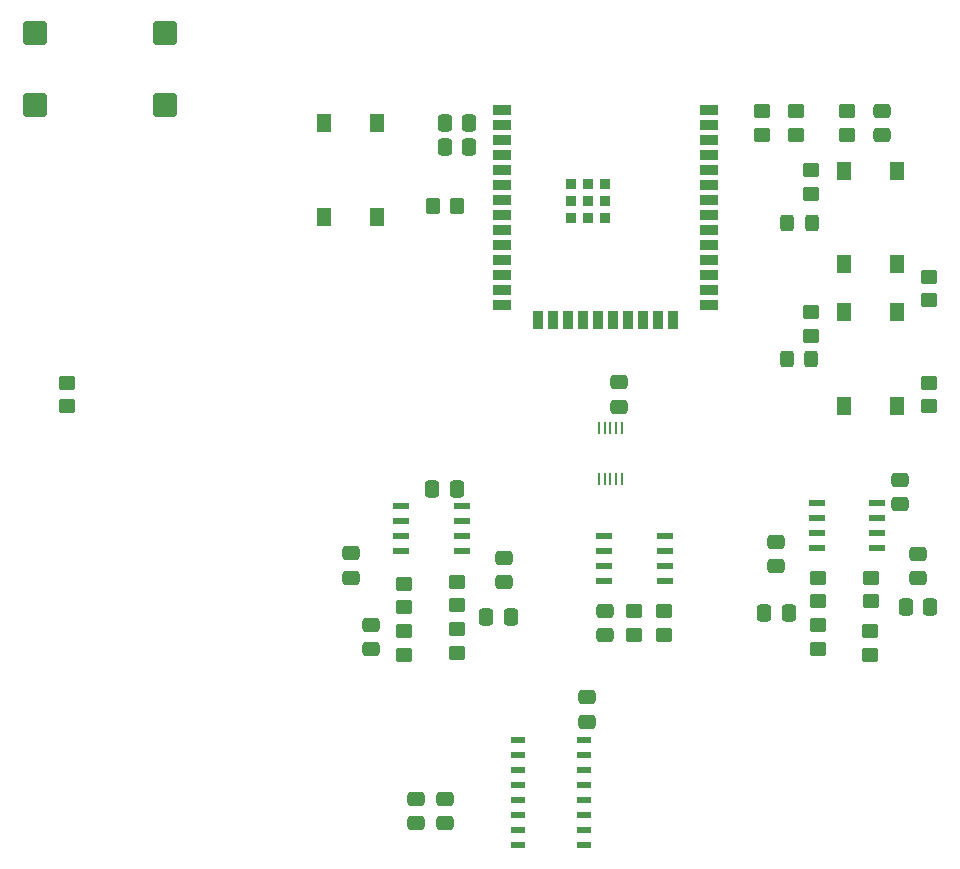
<source format=gtp>
%TF.GenerationSoftware,KiCad,Pcbnew,8.0.4*%
%TF.CreationDate,2024-09-11T20:39:54+02:00*%
%TF.ProjectId,BaseBoard,42617365-426f-4617-9264-2e6b69636164,rev?*%
%TF.SameCoordinates,Original*%
%TF.FileFunction,Paste,Top*%
%TF.FilePolarity,Positive*%
%FSLAX46Y46*%
G04 Gerber Fmt 4.6, Leading zero omitted, Abs format (unit mm)*
G04 Created by KiCad (PCBNEW 8.0.4) date 2024-09-11 20:39:54*
%MOMM*%
%LPD*%
G01*
G04 APERTURE LIST*
G04 Aperture macros list*
%AMRoundRect*
0 Rectangle with rounded corners*
0 $1 Rounding radius*
0 $2 $3 $4 $5 $6 $7 $8 $9 X,Y pos of 4 corners*
0 Add a 4 corners polygon primitive as box body*
4,1,4,$2,$3,$4,$5,$6,$7,$8,$9,$2,$3,0*
0 Add four circle primitives for the rounded corners*
1,1,$1+$1,$2,$3*
1,1,$1+$1,$4,$5*
1,1,$1+$1,$6,$7*
1,1,$1+$1,$8,$9*
0 Add four rect primitives between the rounded corners*
20,1,$1+$1,$2,$3,$4,$5,0*
20,1,$1+$1,$4,$5,$6,$7,0*
20,1,$1+$1,$6,$7,$8,$9,0*
20,1,$1+$1,$8,$9,$2,$3,0*%
G04 Aperture macros list end*
%ADD10RoundRect,0.250000X0.450000X-0.350000X0.450000X0.350000X-0.450000X0.350000X-0.450000X-0.350000X0*%
%ADD11RoundRect,0.250000X0.475000X-0.337500X0.475000X0.337500X-0.475000X0.337500X-0.475000X-0.337500X0*%
%ADD12RoundRect,0.250000X-0.450000X0.350000X-0.450000X-0.350000X0.450000X-0.350000X0.450000X0.350000X0*%
%ADD13RoundRect,0.250000X-0.337500X-0.475000X0.337500X-0.475000X0.337500X0.475000X-0.337500X0.475000X0*%
%ADD14RoundRect,0.250000X0.337500X0.475000X-0.337500X0.475000X-0.337500X-0.475000X0.337500X-0.475000X0*%
%ADD15RoundRect,0.250000X0.325000X0.450000X-0.325000X0.450000X-0.325000X-0.450000X0.325000X-0.450000X0*%
%ADD16R,1.300000X1.550000*%
%ADD17R,1.400000X0.600000*%
%ADD18R,1.500000X0.900000*%
%ADD19R,0.900000X1.500000*%
%ADD20R,0.900000X0.900000*%
%ADD21RoundRect,0.250000X0.750000X0.750000X-0.750000X0.750000X-0.750000X-0.750000X0.750000X-0.750000X0*%
%ADD22R,0.250000X1.100000*%
%ADD23RoundRect,0.250000X0.350000X0.450000X-0.350000X0.450000X-0.350000X-0.450000X0.350000X-0.450000X0*%
%ADD24RoundRect,0.250000X-0.475000X0.337500X-0.475000X-0.337500X0.475000X-0.337500X0.475000X0.337500X0*%
%ADD25R,1.200000X0.600000*%
G04 APERTURE END LIST*
D10*
%TO.C,R16*%
X145019250Y-109837500D03*
X145019250Y-107837500D03*
%TD*%
%TO.C,R11*%
X175000000Y-75000000D03*
X175000000Y-73000000D03*
%TD*%
D11*
%TO.C,C16*%
X149019250Y-107875000D03*
X149019250Y-105800000D03*
%TD*%
D12*
%TO.C,R19*%
X173750000Y-68000000D03*
X173750000Y-70000000D03*
%TD*%
D13*
%TO.C,C14*%
X142925000Y-100000000D03*
X145000000Y-100000000D03*
%TD*%
D14*
%TO.C,C7*%
X173094250Y-110500000D03*
X171019250Y-110500000D03*
%TD*%
D10*
%TO.C,R4*%
X180000000Y-114000000D03*
X180000000Y-112000000D03*
%TD*%
%TO.C,R1*%
X175556750Y-109500000D03*
X175556750Y-107500000D03*
%TD*%
D14*
%TO.C,C13*%
X146037500Y-71000000D03*
X143962500Y-71000000D03*
%TD*%
D10*
%TO.C,R12*%
X175000000Y-87000000D03*
X175000000Y-85000000D03*
%TD*%
%TO.C,R3*%
X175556750Y-113500000D03*
X175556750Y-111500000D03*
%TD*%
%TO.C,R15*%
X140519250Y-110000000D03*
X140519250Y-108000000D03*
%TD*%
D15*
%TO.C,D7*%
X175000000Y-89000000D03*
X172950000Y-89000000D03*
%TD*%
D16*
%TO.C,PB1*%
X182250000Y-85000000D03*
X182250000Y-92950000D03*
X177750000Y-85000000D03*
X177750000Y-92950000D03*
%TD*%
D17*
%TO.C,U4*%
X162592250Y-107742500D03*
X162592250Y-106472500D03*
X162592250Y-105202500D03*
X162592250Y-103932500D03*
X157446250Y-103932500D03*
X157446250Y-105202500D03*
X157446250Y-106472500D03*
X157446250Y-107742500D03*
%TD*%
D18*
%TO.C,U3*%
X148850000Y-67880000D03*
X148850000Y-69150000D03*
X148850000Y-70420000D03*
X148850000Y-71690000D03*
X148850000Y-72960000D03*
X148850000Y-74230000D03*
X148850000Y-75500000D03*
X148850000Y-76770000D03*
X148850000Y-78040000D03*
X148850000Y-79310000D03*
X148850000Y-80580000D03*
X148850000Y-81850000D03*
X148850000Y-83120000D03*
X148850000Y-84390000D03*
D19*
X151890000Y-85640000D03*
X153160000Y-85640000D03*
X154430000Y-85640000D03*
X155700000Y-85640000D03*
X156970000Y-85640000D03*
X158240000Y-85640000D03*
X159510000Y-85640000D03*
X160780000Y-85640000D03*
X162050000Y-85640000D03*
X163320000Y-85640000D03*
D18*
X166350000Y-84390000D03*
X166350000Y-83120000D03*
X166350000Y-81850000D03*
X166350000Y-80580000D03*
X166350000Y-79310000D03*
X166350000Y-78040000D03*
X166350000Y-76770000D03*
X166350000Y-75500000D03*
X166350000Y-74230000D03*
X166350000Y-72960000D03*
X166350000Y-71690000D03*
X166350000Y-70420000D03*
X166350000Y-69150000D03*
X166350000Y-67880000D03*
D20*
X154700000Y-74200000D03*
X154700000Y-75600000D03*
X154700000Y-77000000D03*
X156100000Y-74200000D03*
X156100000Y-75600000D03*
X156100000Y-77000000D03*
X157500000Y-74200000D03*
X157500000Y-75600000D03*
X157500000Y-77000000D03*
%TD*%
D11*
%TO.C,C17*%
X156000000Y-119700000D03*
X156000000Y-117625000D03*
%TD*%
D12*
%TO.C,R5*%
X112000000Y-91000000D03*
X112000000Y-93000000D03*
%TD*%
D11*
%TO.C,C11*%
X158750000Y-93037500D03*
X158750000Y-90962500D03*
%TD*%
%TO.C,C20*%
X137750000Y-113537500D03*
X137750000Y-111462500D03*
%TD*%
D21*
%TO.C,J1*%
X120250000Y-67500000D03*
X120250000Y-61350000D03*
X109250000Y-61350000D03*
X109250000Y-67500000D03*
%TD*%
D22*
%TO.C,U6*%
X157000000Y-99150000D03*
X157500000Y-99150000D03*
X158000000Y-99150000D03*
X158500000Y-99150000D03*
X159000000Y-99150000D03*
X159000000Y-94850000D03*
X158500000Y-94850000D03*
X158000000Y-94850000D03*
X157500000Y-94850000D03*
X157000000Y-94850000D03*
%TD*%
D11*
%TO.C,C21*%
X144000000Y-128287500D03*
X144000000Y-126212500D03*
%TD*%
D23*
%TO.C,R10*%
X145000000Y-76000000D03*
X143000000Y-76000000D03*
%TD*%
D11*
%TO.C,C4*%
X182519250Y-101257500D03*
X182519250Y-99182500D03*
%TD*%
D24*
%TO.C,C10*%
X157519250Y-110300000D03*
X157519250Y-112375000D03*
%TD*%
D12*
%TO.C,R9*%
X160019250Y-110337500D03*
X160019250Y-112337500D03*
%TD*%
%TO.C,R20*%
X170800000Y-68000000D03*
X170800000Y-70000000D03*
%TD*%
D15*
%TO.C,D8*%
X175025000Y-77500000D03*
X172975000Y-77500000D03*
%TD*%
D14*
%TO.C,C12*%
X146037500Y-69000000D03*
X143962500Y-69000000D03*
%TD*%
D10*
%TO.C,R17*%
X140519250Y-114000000D03*
X140519250Y-112000000D03*
%TD*%
D17*
%TO.C,U5*%
X175446250Y-101190000D03*
X175446250Y-102460000D03*
X175446250Y-103730000D03*
X175446250Y-105000000D03*
X180592250Y-105000000D03*
X180592250Y-103730000D03*
X180592250Y-102460000D03*
X180592250Y-101190000D03*
%TD*%
D12*
%TO.C,R2*%
X180019250Y-107500000D03*
X180019250Y-109500000D03*
%TD*%
%TO.C,R8*%
X178000000Y-68000000D03*
X178000000Y-70000000D03*
%TD*%
D11*
%TO.C,C9*%
X141500000Y-128287500D03*
X141500000Y-126212500D03*
%TD*%
%TO.C,C6*%
X184019250Y-107537500D03*
X184019250Y-105462500D03*
%TD*%
D10*
%TO.C,R18*%
X145019250Y-113837500D03*
X145019250Y-111837500D03*
%TD*%
%TO.C,R7*%
X185000000Y-92975000D03*
X185000000Y-90975000D03*
%TD*%
D11*
%TO.C,C15*%
X136019250Y-107500000D03*
X136019250Y-105425000D03*
%TD*%
D10*
%TO.C,R6*%
X185000000Y-84000000D03*
X185000000Y-82000000D03*
%TD*%
D13*
%TO.C,C22*%
X147462500Y-110837500D03*
X149537500Y-110837500D03*
%TD*%
D25*
%TO.C,U7*%
X150200000Y-121217500D03*
X150200000Y-122487500D03*
X150200000Y-123757500D03*
X150200000Y-125027500D03*
X150200000Y-126297500D03*
X150200000Y-127567500D03*
X150200000Y-128837500D03*
X150200000Y-130107500D03*
X155800000Y-130107500D03*
X155800000Y-128837500D03*
X155800000Y-127567500D03*
X155800000Y-126297500D03*
X155800000Y-125027500D03*
X155800000Y-123757500D03*
X155800000Y-122487500D03*
X155800000Y-121217500D03*
%TD*%
D17*
%TO.C,U8*%
X140300250Y-101412500D03*
X140300250Y-102682500D03*
X140300250Y-103952500D03*
X140300250Y-105222500D03*
X145446250Y-105222500D03*
X145446250Y-103952500D03*
X145446250Y-102682500D03*
X145446250Y-101412500D03*
%TD*%
D13*
%TO.C,C8*%
X182981750Y-110000000D03*
X185056750Y-110000000D03*
%TD*%
D16*
%TO.C,PB0*%
X182250000Y-73025000D03*
X182250000Y-80975000D03*
X177750000Y-73025000D03*
X177750000Y-80975000D03*
%TD*%
D12*
%TO.C,R14*%
X162519250Y-110337500D03*
X162519250Y-112337500D03*
%TD*%
D11*
%TO.C,C5*%
X172056750Y-106537500D03*
X172056750Y-104462500D03*
%TD*%
D16*
%TO.C,EN1*%
X133750000Y-76975000D03*
X133750000Y-69025000D03*
X138250000Y-76975000D03*
X138250000Y-69025000D03*
%TD*%
D24*
%TO.C,C23*%
X181000000Y-67962500D03*
X181000000Y-70037500D03*
%TD*%
M02*

</source>
